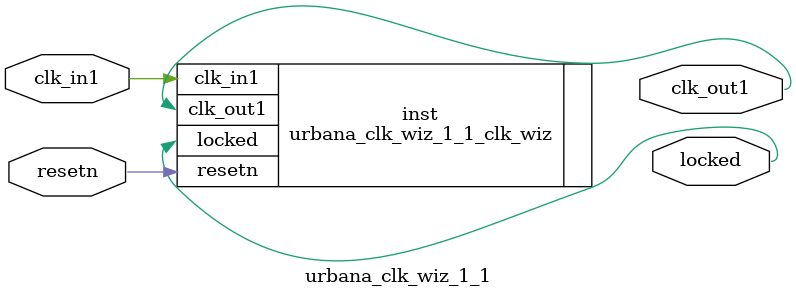
<source format=v>


`timescale 1ps/1ps

(* CORE_GENERATION_INFO = "urbana_clk_wiz_1_1,clk_wiz_v5_4_3_0,{component_name=urbana_clk_wiz_1_1,use_phase_alignment=true,use_min_o_jitter=false,use_max_i_jitter=false,use_dyn_phase_shift=false,use_inclk_switchover=false,use_dyn_reconfig=false,enable_axi=0,feedback_source=FDBK_AUTO,PRIMITIVE=MMCM,num_out_clk=1,clkin1_period=10.000,clkin2_period=10.000,use_power_down=false,use_reset=true,use_locked=true,use_inclk_stopped=false,feedback_type=SINGLE,CLOCK_MGR_TYPE=NA,manual_override=false}" *)

module urbana_clk_wiz_1_1 
 (
  // Clock out ports
  output        clk_out1,
  // Status and control signals
  input         resetn,
  output        locked,
 // Clock in ports
  input         clk_in1
 );

  urbana_clk_wiz_1_1_clk_wiz inst
  (
  // Clock out ports  
  .clk_out1(clk_out1),
  // Status and control signals               
  .resetn(resetn), 
  .locked(locked),
 // Clock in ports
  .clk_in1(clk_in1)
  );

endmodule

</source>
